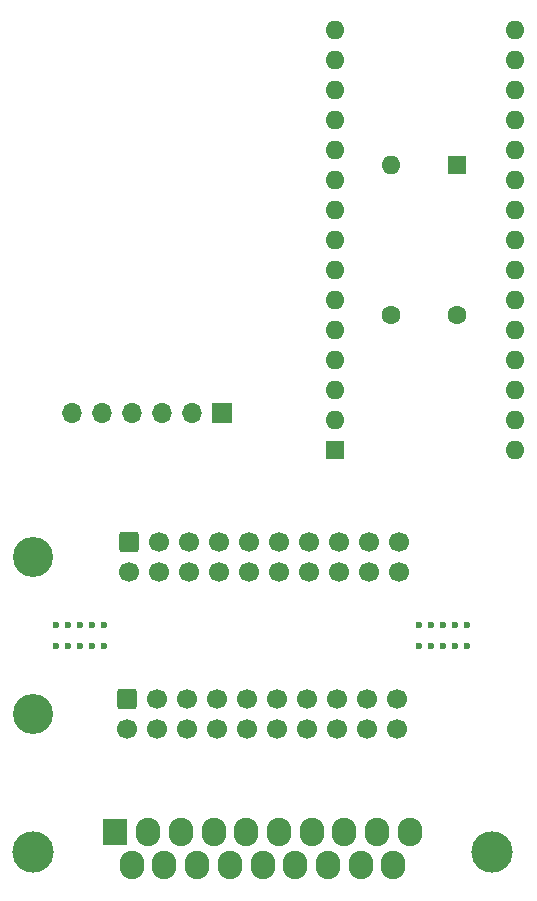
<source format=gbr>
%TF.GenerationSoftware,KiCad,Pcbnew,(7.0.0-0)*%
%TF.CreationDate,2023-09-07T02:08:45+09:00*%
%TF.ProjectId,SPSD_DIY_NANO,53505344-5f44-4495-995f-4e414e4f2e6b,rev?*%
%TF.SameCoordinates,Original*%
%TF.FileFunction,Soldermask,Top*%
%TF.FilePolarity,Negative*%
%FSLAX46Y46*%
G04 Gerber Fmt 4.6, Leading zero omitted, Abs format (unit mm)*
G04 Created by KiCad (PCBNEW (7.0.0-0)) date 2023-09-07 02:08:45*
%MOMM*%
%LPD*%
G01*
G04 APERTURE LIST*
G04 Aperture macros list*
%AMRoundRect*
0 Rectangle with rounded corners*
0 $1 Rounding radius*
0 $2 $3 $4 $5 $6 $7 $8 $9 X,Y pos of 4 corners*
0 Add a 4 corners polygon primitive as box body*
4,1,4,$2,$3,$4,$5,$6,$7,$8,$9,$2,$3,0*
0 Add four circle primitives for the rounded corners*
1,1,$1+$1,$2,$3*
1,1,$1+$1,$4,$5*
1,1,$1+$1,$6,$7*
1,1,$1+$1,$8,$9*
0 Add four rect primitives between the rounded corners*
20,1,$1+$1,$2,$3,$4,$5,0*
20,1,$1+$1,$4,$5,$6,$7,0*
20,1,$1+$1,$6,$7,$8,$9,0*
20,1,$1+$1,$8,$9,$2,$3,0*%
G04 Aperture macros list end*
%ADD10C,3.400000*%
%ADD11R,1.600000X1.600000*%
%ADD12C,1.600000*%
%ADD13C,0.600000*%
%ADD14O,1.600000X1.600000*%
%ADD15R,2.100000X2.200000*%
%ADD16O,2.100000X2.400000*%
%ADD17C,3.500000*%
%ADD18R,1.700000X1.700000*%
%ADD19O,1.700000X1.700000*%
%ADD20RoundRect,0.250000X-0.600000X0.600000X-0.600000X-0.600000X0.600000X-0.600000X0.600000X0.600000X0*%
%ADD21C,1.700000*%
G04 APERTURE END LIST*
D10*
%TO.C,*%
X125120000Y-116130000D03*
%TD*%
D11*
%TO.C,D1*%
X161035999Y-82930999D03*
D12*
X161036000Y-95631000D03*
%TD*%
D13*
%TO.C,REF\u002A\u002A*%
X157814000Y-121852000D03*
X157814000Y-123652000D03*
X158830000Y-121852000D03*
X158830000Y-123652000D03*
X159846000Y-121852000D03*
X159846000Y-123652000D03*
X160862000Y-121852000D03*
X160862000Y-123652000D03*
X161878000Y-121852000D03*
X161878000Y-123652000D03*
%TD*%
%TO.C,REF\u002A\u002A*%
X127060000Y-121852000D03*
X127060000Y-123652000D03*
X128076000Y-121852000D03*
X128076000Y-123652000D03*
X129092000Y-121852000D03*
X129092000Y-123652000D03*
X130108000Y-121852000D03*
X130108000Y-123652000D03*
X131124000Y-121852000D03*
X131124000Y-123652000D03*
%TD*%
D12*
%TO.C,R1 10K*%
X155448000Y-95631000D03*
D14*
X155447999Y-82930999D03*
%TD*%
D10*
%TO.C,REF\u002A\u002A*%
X125158000Y-129412000D03*
%TD*%
D15*
%TO.C,U1*%
X132099999Y-139399999D03*
D16*
X134869999Y-139399999D03*
X137639999Y-139399999D03*
X140409999Y-139399999D03*
X143179999Y-139399999D03*
X145949999Y-139399999D03*
X148719999Y-139399999D03*
X151489999Y-139399999D03*
X154259999Y-139399999D03*
X157029999Y-139399999D03*
X133484999Y-142239999D03*
X136254999Y-142239999D03*
X139024999Y-142239999D03*
X141794999Y-142239999D03*
X144564999Y-142239999D03*
X147334999Y-142239999D03*
X150104999Y-142239999D03*
X152874999Y-142239999D03*
X155644999Y-142239999D03*
D17*
X125165000Y-141110000D03*
X163965000Y-141110000D03*
%TD*%
D18*
%TO.C,U2*%
X141139999Y-103939999D03*
D19*
X138599999Y-103939999D03*
X136059999Y-103939999D03*
X133519999Y-103939999D03*
X130979999Y-103939999D03*
X128439999Y-103939999D03*
%TD*%
D20*
%TO.C,J1*%
X133090000Y-128170000D03*
D21*
X133090000Y-130710000D03*
X135630000Y-128170000D03*
X135630000Y-130710000D03*
X138170000Y-128170000D03*
X138170000Y-130710000D03*
X140710000Y-128170000D03*
X140710000Y-130710000D03*
X143250000Y-128170000D03*
X143250000Y-130710000D03*
X145790000Y-128170000D03*
X145790000Y-130710000D03*
X148330000Y-128170000D03*
X148330000Y-130710000D03*
X150870000Y-128170000D03*
X150870000Y-130710000D03*
X153410000Y-128170000D03*
X153410000Y-130710000D03*
X155950000Y-128170000D03*
X155950000Y-130710000D03*
%TD*%
D20*
%TO.C,J1*%
X133240000Y-114900000D03*
D21*
X133240000Y-117440000D03*
X135780000Y-114900000D03*
X135780000Y-117440000D03*
X138320000Y-114900000D03*
X138320000Y-117440000D03*
X140860000Y-114900000D03*
X140860000Y-117440000D03*
X143400000Y-114900000D03*
X143400000Y-117440000D03*
X145940000Y-114900000D03*
X145940000Y-117440000D03*
X148480000Y-114900000D03*
X148480000Y-117440000D03*
X151020000Y-114900000D03*
X151020000Y-117440000D03*
X153560000Y-114900000D03*
X153560000Y-117440000D03*
X156100000Y-114900000D03*
X156100000Y-117440000D03*
%TD*%
D11*
%TO.C,U1*%
X150729999Y-107109999D03*
D14*
X150729999Y-104569999D03*
X150729999Y-102029999D03*
X150729999Y-99489999D03*
X150729999Y-96949999D03*
X150729999Y-94409999D03*
X150729999Y-91869999D03*
X150729999Y-89329999D03*
X150729999Y-86789999D03*
X150729999Y-84249999D03*
X150729999Y-81709999D03*
X150729999Y-79169999D03*
X150729999Y-76629999D03*
X150729999Y-74089999D03*
X150729999Y-71549999D03*
X165969999Y-71549999D03*
X165969999Y-74089999D03*
X165969999Y-76629999D03*
X165969999Y-79169999D03*
X165969999Y-81709999D03*
X165969999Y-84249999D03*
X165969999Y-86789999D03*
X165969999Y-89329999D03*
X165969999Y-91869999D03*
X165969999Y-94409999D03*
X165969999Y-96949999D03*
X165969999Y-99489999D03*
X165969999Y-102029999D03*
X165969999Y-104569999D03*
X165969999Y-107109999D03*
%TD*%
M02*

</source>
